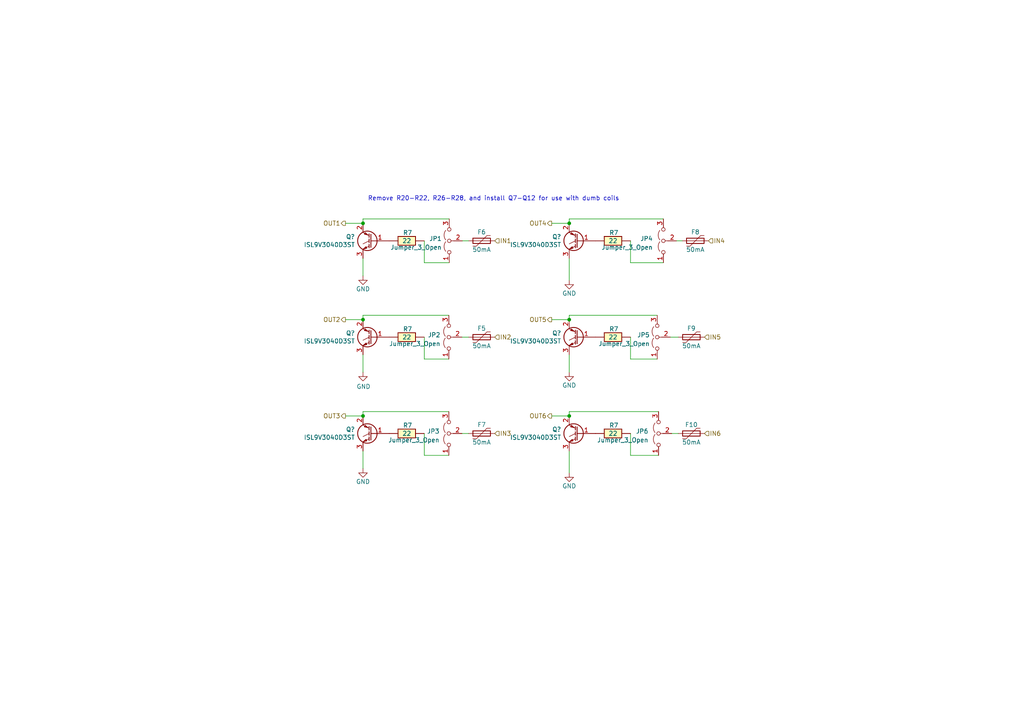
<source format=kicad_sch>
(kicad_sch (version 20230121) (generator eeschema)
  (paper "A4")
  (title_block (title "UAEFI Ignition") (date "2023-11-01") (rev "B") (company "rusefi.com"))
  (lib_symbols
    (symbol "Device:Polyfuse" (pin_numbers hide) (pin_names (offset 0))
      (property "Reference" "F" (at -2.54 0 90))
      (property "Value" "Polyfuse" (at 2.54 0 90))
      (symbol "Polyfuse_0_1"
        (rectangle (start -0.762 2.54) (end 0.762 -2.54) (stroke (width 0.254)))
        (polyline (pts (xy 0 2.54) (xy 0 -2.54)))
        (polyline (pts (xy -1.524 2.54) (xy -1.524 1.524) (xy 1.524 -1.524) (xy 1.524 -2.54)))
      )
      (symbol "Polyfuse_1_1"
        (pin passive line (at 0 3.81 270) (length 1.27) (name "~") (number "1"))
        (pin passive line (at 0 -3.81 90) (length 1.27) (name "~") (number "2"))
      )
    )
    (symbol "Device:Q_NIGBT_GCE" (pin_names (offset 0) hide)
      (property "Reference" "Q" (at 5.08 1.27 0))
      (property "Value" "Q_NIGBT_GCE" (at 5.08 -1.27 0))
      (symbol "Q_NIGBT_GCE_0_1"
        (polyline (pts (xy 0.762 -1.016) (xy 0.762 -2.032)) (stroke (width 0.254)))
        (polyline (pts (xy 0.762 0.508) (xy 0.762 -0.508)) (stroke (width 0.254)))
        (polyline (pts (xy 0.762 2.032) (xy 0.762 1.016)) (stroke (width 0.254)))
        (polyline (pts (xy 2.54 -2.413) (xy 0.762 -1.524)))
        (polyline (pts (xy 2.54 -0.889) (xy 0.762 0)))
        (polyline (pts (xy 2.54 2.413) (xy 0.762 1.524)))
        (polyline (pts (xy 0.254 1.905) (xy 0.254 -1.905) (xy 0.254 -1.905)) (stroke (width 0.254)))
        (polyline (pts (xy 1.397 -2.159) (xy 1.651 -1.651) (xy 2.54 -2.413) (xy 1.397 -2.159)) (fill (type outline)))
        (polyline (pts (xy 2.159 1.905) (xy 1.905 2.413) (xy 1.016 1.651) (xy 2.159 1.905)) (fill (type outline)))
        (circle (center 1.27 0) (radius 2.8194) (stroke (width 0.254)))
      )
      (symbol "Q_NIGBT_GCE_1_1"
        (pin input line (at -5.08 0 0) (length 5.334) (name "G") (number "1"))
        (pin passive line (at 2.54 5.08 270) (length 2.54) (name "C") (number "2"))
        (pin passive line (at 2.54 -5.08 90) (length 2.54) (name "E") (number "3"))
      )
    )
    (symbol "Jumper:Jumper_3_Open" (pin_names (offset 0) hide)
      (property "Reference" "JP" (at -2.54 -2.54 0))
      (property "Value" "Jumper_3_Open" (at 0 2.794 0))
      (symbol "Jumper_3_Open_0_0"
        (circle (center -3.302 0) (radius 0.508))
        (circle (center 0 0) (radius 0.508))
        (circle (center 3.302 0) (radius 0.508))
      )
      (symbol "Jumper_3_Open_0_1"
        (arc (start -0.254 1.016) (mid -1.651 1.4992) (end -3.048 1.016))
        (polyline (pts (xy 0 -0.508) (xy 0 -1.27)))
        (arc (start 3.048 1.016) (mid 1.651 1.4992) (end 0.254 1.016))
      )
      (symbol "Jumper_3_Open_1_1"
        (pin passive line (at -6.35 0 0) (length 2.54) (name "A") (number "1"))
        (pin passive line (at 0 -3.81 90) (length 2.54) (name "C") (number "2"))
        (pin passive line (at 6.35 0 180) (length 2.54) (name "B") (number "3"))
      )
    )
    (symbol "hellen-one-common:Res" (pin_numbers hide)
      (property "Reference" "R" (at 3.81 2.54 0))
      (property "Value" "Res" (at 5.08 -2.54 0))
      (symbol "Res_1_0"
        (rectangle (start 2.54 -1.27) (end 7.62 1.27) (stroke (width 0.254)) (fill (type background)))
        (pin passive line (at 0 0 0) (length 2.54) (name "") (number "1"))
        (pin passive line (at 10.16 0 180) (length 2.54) (name "") (number "2"))
      )
    )
    (symbol "power:GND" (power) (pin_names (offset 0))
      (property "Value" "GND" (at 0 -3.81 0))
      (symbol "GND_0_1"
        (polyline (pts (xy 0 0) (xy 0 -1.27) (xy 1.27 -1.27) (xy 0 -2.54) (xy -1.27 -1.27) (xy 0 -1.27)))
      )
      (symbol "GND_1_1"
        (pin power_in line (at 0 0 270) (length 0) hide (name "GND") (number "1"))
      )
    )
  )
  (junction (at 165.1 120.65))
  (junction (at 105.283 64.77))
  (junction (at 165.1 64.77))
  (junction (at 105.283 92.71))
  (junction (at 105.283 120.65))
  (junction (at 165.1 92.71))
  (wire (pts (xy 123.063 76.2) (xy 123.063 69.85)))
  (wire (pts (xy 165.1 91.44) (xy 165.1 92.71)))
  (wire (pts (xy 160.02 64.77) (xy 165.1 64.77)))
  (wire (pts (xy 105.283 102.87) (xy 105.283 107.95)))
  (wire (pts (xy 182.88 69.85) (xy 182.88 76.2)))
  (wire (pts (xy 123.063 132.08) (xy 123.063 125.73)))
  (wire (pts (xy 105.283 63.5) (xy 130.302 63.5)))
  (wire (pts (xy 133.985 125.73) (xy 135.89 125.73)))
  (wire (pts (xy 194.818 125.73) (xy 196.723 125.73)))
  (wire (pts (xy 191.008 119.38) (xy 165.1 119.38)))
  (wire (pts (xy 100.203 120.65) (xy 105.283 120.65)))
  (wire (pts (xy 105.283 74.93) (xy 105.283 80.01)))
  (wire (pts (xy 133.985 97.79) (xy 135.89 97.79)))
  (wire (pts (xy 165.1 130.81) (xy 165.1 137.16)))
  (wire (pts (xy 160.02 92.71) (xy 165.1 92.71)))
  (wire (pts (xy 165.1 74.93) (xy 165.1 81.28)))
  (wire (pts (xy 196.215 69.85) (xy 197.866 69.85)))
  (wire (pts (xy 105.283 119.38) (xy 105.283 120.65)))
  (wire (pts (xy 165.1 102.87) (xy 165.1 107.95)))
  (wire (pts (xy 165.1 119.38) (xy 165.1 120.65)))
  (wire (pts (xy 190.627 104.14) (xy 182.88 104.14)))
  (wire (pts (xy 100.203 64.77) (xy 105.283 64.77)))
  (wire (pts (xy 192.405 63.5) (xy 165.1 63.5)))
  (wire (pts (xy 160.02 120.65) (xy 165.1 120.65)))
  (wire (pts (xy 123.063 97.79) (xy 123.063 104.14)))
  (wire (pts (xy 182.88 104.14) (xy 182.88 97.79)))
  (wire (pts (xy 134.112 69.85) (xy 135.89 69.85)))
  (wire (pts (xy 130.175 132.08) (xy 123.063 132.08)))
  (wire (pts (xy 105.283 92.71) (xy 105.283 91.44)))
  (wire (pts (xy 105.283 64.77) (xy 105.283 63.5)))
  (wire (pts (xy 182.88 132.08) (xy 191.008 132.08)))
  (wire (pts (xy 194.437 97.79) (xy 196.723 97.79)))
  (wire (pts (xy 105.283 130.81) (xy 105.283 135.89)))
  (wire (pts (xy 182.88 125.73) (xy 182.88 132.08)))
  (wire (pts (xy 182.88 76.2) (xy 192.405 76.2)))
  (wire (pts (xy 130.175 119.38) (xy 105.283 119.38)))
  (wire (pts (xy 130.302 76.2) (xy 123.063 76.2)))
  (wire (pts (xy 123.063 104.14) (xy 130.175 104.14)))
  (wire (pts (xy 100.203 92.71) (xy 105.283 92.71)))
  (wire (pts (xy 105.283 91.44) (xy 130.175 91.44)))
  (wire (pts (xy 190.627 91.44) (xy 165.1 91.44)))
  (wire (pts (xy 165.1 63.5) (xy 165.1 64.77)))
  (text "Remove R20-R22, R26-R28, and install Q7-Q12 for use with dumb coils" (at 106.68 58.42 0) (effects (font (size 1.27 1.27)) (justify left bottom)))
  (hierarchical_label "IN5" (shape input) (at 204.343 97.79 0))
  (hierarchical_label "OUT1" (shape output) (at 100.203 64.77 180))
  (hierarchical_label "OUT3" (shape output) (at 100.203 120.65 180))
  (hierarchical_label "IN2" (shape input) (at 143.51 97.79 0))
  (hierarchical_label "IN6" (shape input) (at 204.343 125.73 0))
  (hierarchical_label "OUT6" (shape output) (at 160.02 120.65 180))
  (hierarchical_label "OUT5" (shape output) (at 160.02 92.71 180))
  (hierarchical_label "OUT2" (shape output) (at 100.203 92.71 180))
  (hierarchical_label "IN3" (shape input) (at 143.51 125.73 0))
  (hierarchical_label "IN1" (shape input) (at 143.51 69.85 0))
  (hierarchical_label "OUT4" (shape output) (at 160.02 64.77 180))
  (hierarchical_label "IN4" (shape input) (at 205.486 69.85 0))
  (symbol (lib_id "Device:Q_NIGBT_GCE") (at 107.823 125.73 0) (mirror y) (unit 1)
    (property "Reference" "Q?" (at 102.9716 124.5616 0) (effects (justify left)))
    (property "Value" "ISL9V3040D3ST" (at 102.9716 126.873 0) (effects (justify left)))
    (property "Footprint" "Package_TO_SOT_SMD:TO-252-2" (effects hide))
    (property "LCSC" "C603080" (effects hide))
    (instances (project "hellen-hyundai-pb-154" (path "" (reference "Q?") (unit 1)) (path "" (reference "Q?") (unit 1))) (project "DUMB_COILS4" (path "" (reference "Q?") (unit 1))) (project "uaefi" (path "" (reference "Q9") (unit 1))) (project "ign_quad" (path "" (reference "Q?") (unit 1))))
  )
  (symbol (lib_id "Device:Polyfuse") (at 200.533 125.73 90) (unit 1)
    (property "Reference" "F10" (at 200.533 123.19 90))
    (property "Value" "50mA" (at 200.533 128.27 90))
    (property "Footprint" "Fuse:Fuse_0603_1608Metric" (effects hide))
    (property "LCSC" "C369141" (effects hide))
  )
  (symbol (lib_id "hellen-one-common:Res") (at 112.903 69.85 0) (mirror x) (unit 1)
    (property "Reference" "R7" (at 118.225 67.5018 0))
    (property "Value" "22" (at 117.983 69.85 0))
    (property "Footprint" "hellen-one-common:R0603" (effects hide))
    (property "LCSC" "C23345" (effects hide))
    (instances (project "proteus81harley" (path "" (reference "R7") (unit 1))) (project "uaefi" (path "" (reference "R17") (unit 1))))
  )
  (symbol (lib_id "Jumper:Jumper_3_Open") (at 130.302 69.85 90) (unit 1)
    (property "Reference" "JP1" (at 128.143 69.215 90) (effects (justify left)))
    (property "Value" "Jumper_3_Open" (at 128.143 71.755 90) (effects (justify left)))
    (property "Footprint" "Connector_PinHeader_1.27mm:PinHeader_1x03_P1.27mm_Vertical" (effects hide))
    (property "LCSC" "C124354" (effects hide))
  )
  (symbol (lib_id "hellen-one-common:Res") (at 172.72 125.73 0) (mirror x) (unit 1)
    (property "Reference" "R7" (at 178.042 123.3818 0))
    (property "Value" "22" (at 177.8 125.73 0))
    (property "Footprint" "hellen-one-common:R0603" (effects hide))
    (property "LCSC" "C23345" (effects hide))
    (instances (project "proteus81harley" (path "" (reference "R7") (unit 1))) (project "uaefi" (path "" (reference "R25") (unit 1))))
  )
  (symbol (lib_id "hellen-one-common:Res") (at 112.903 97.79 0) (mirror x) (unit 1)
    (property "Reference" "R7" (at 118.225 95.4418 0))
    (property "Value" "22" (at 117.983 97.79 0))
    (property "Footprint" "hellen-one-common:R0603" (effects hide))
    (property "LCSC" "C23345" (effects hide))
    (instances (project "proteus81harley" (path "" (reference "R7") (unit 1))) (project "uaefi" (path "" (reference "R18") (unit 1))))
  )
  (symbol (lib_id "power:GND") (at 105.283 135.89 0) (unit 1)
    (property "Reference" "#PWR?" (effects hide))
    (property "Value" "GND" (at 105.283 139.7 0))
    (instances (project "hellen-hyundai-pb-154" (path "" (reference "#PWR?") (unit 1)) (path "" (reference "#PWR?") (unit 1))) (project "DUMB_COILS4" (path "" (reference "#PWR?") (unit 1))) (project "uaefi" (path "" (reference "#PWR0101") (unit 1))) (project "ign_quad" (path "" (reference "#PWR?") (unit 1))))
  )
  (symbol (lib_id "Device:Polyfuse") (at 200.533 97.79 90) (unit 1)
    (property "Reference" "F9" (at 200.533 95.25 90))
    (property "Value" "50mA" (at 200.533 100.33 90))
    (property "Footprint" "Fuse:Fuse_0603_1608Metric" (effects hide))
    (property "LCSC" "C369141" (effects hide))
  )
  (symbol (lib_id "Device:Q_NIGBT_GCE") (at 107.823 69.85 0) (mirror y) (unit 1)
    (property "Reference" "Q?" (at 102.9716 68.6816 0) (effects (justify left)))
    (property "Value" "ISL9V3040D3ST" (at 102.9716 70.993 0) (effects (justify left)))
    (property "Footprint" "Package_TO_SOT_SMD:TO-252-2" (effects hide))
    (property "LCSC" "C603080" (effects hide))
    (instances (project "hellen-hyundai-pb-154" (path "" (reference "Q?") (unit 1)) (path "" (reference "Q?") (unit 1))) (project "DUMB_COILS4" (path "" (reference "Q?") (unit 1))) (project "uaefi" (path "" (reference "Q7") (unit 1))) (project "ign_quad" (path "" (reference "Q?") (unit 1))))
  )
  (symbol (lib_id "power:GND") (at 165.1 137.16 0) (unit 1)
    (property "Reference" "#PWR?" (effects hide))
    (property "Value" "GND" (at 165.1 140.97 0))
    (instances (project "hellen-hyundai-pb-154" (path "" (reference "#PWR?") (unit 1)) (path "" (reference "#PWR?") (unit 1))) (project "DUMB_COILS4" (path "" (reference "#PWR?") (unit 1))) (project "uaefi" (path "" (reference "#PWR0104") (unit 1))) (project "ign_quad" (path "" (reference "#PWR?") (unit 1))))
  )
  (symbol (lib_id "hellen-one-common:Res") (at 112.903 125.73 0) (mirror x) (unit 1)
    (property "Reference" "R7" (at 118.225 123.3818 0))
    (property "Value" "22" (at 117.983 125.73 0))
    (property "Footprint" "hellen-one-common:R0603" (effects hide))
    (property "LCSC" "C23345" (effects hide))
    (instances (project "proteus81harley" (path "" (reference "R7") (unit 1))) (project "uaefi" (path "" (reference "R19") (unit 1))))
  )
  (symbol (lib_id "Device:Q_NIGBT_GCE") (at 107.823 97.79 0) (mirror y) (unit 1)
    (property "Reference" "Q?" (at 102.9716 96.6216 0) (effects (justify left)))
    (property "Value" "ISL9V3040D3ST" (at 102.9716 98.933 0) (effects (justify left)))
    (property "Footprint" "Package_TO_SOT_SMD:TO-252-2" (effects hide))
    (property "LCSC" "C603080" (effects hide))
    (instances (project "hellen-hyundai-pb-154" (path "" (reference "Q?") (unit 1)) (path "" (reference "Q?") (unit 1))) (project "DUMB_COILS4" (path "" (reference "Q?") (unit 1))) (project "uaefi" (path "" (reference "Q8") (unit 1))) (project "ign_quad" (path "" (reference "Q?") (unit 1))))
  )
  (symbol (lib_id "power:GND") (at 105.283 80.01 0) (unit 1)
    (property "Reference" "#PWR?" (effects hide))
    (property "Value" "GND" (at 105.283 83.82 0))
    (instances (project "hellen-hyundai-pb-154" (path "" (reference "#PWR?") (unit 1)) (path "" (reference "#PWR?") (unit 1))) (project "DUMB_COILS4" (path "" (reference "#PWR?") (unit 1))) (project "uaefi" (path "" (reference "#PWR099") (unit 1))) (project "ign_quad" (path "" (reference "#PWR?") (unit 1))))
  )
  (symbol (lib_id "Device:Polyfuse") (at 139.7 69.85 90) (unit 1)
    (property "Reference" "F6" (at 139.7 67.31 90))
    (property "Value" "50mA" (at 139.7 72.39 90))
    (property "Footprint" "Fuse:Fuse_0603_1608Metric" (effects hide))
    (property "LCSC" "C369141" (effects hide))
  )
  (symbol (lib_id "Device:Q_NIGBT_GCE") (at 167.64 69.85 0) (mirror y) (unit 1)
    (property "Reference" "Q?" (at 162.7886 68.6816 0) (effects (justify left)))
    (property "Value" "ISL9V3040D3ST" (at 162.7886 70.993 0) (effects (justify left)))
    (property "Footprint" "Package_TO_SOT_SMD:TO-252-2" (effects hide))
    (property "LCSC" "C603080" (effects hide))
    (instances (project "hellen-hyundai-pb-154" (path "" (reference "Q?") (unit 1)) (path "" (reference "Q?") (unit 1))) (project "DUMB_COILS4" (path "" (reference "Q?") (unit 1))) (project "uaefi" (path "" (reference "Q10") (unit 1))) (project "ign_quad" (path "" (reference "Q?") (unit 1))))
  )
  (symbol (lib_id "Jumper:Jumper_3_Open") (at 192.405 69.85 90) (unit 1)
    (property "Reference" "JP4" (at 189.357 69.215 90) (effects (justify left)))
    (property "Value" "Jumper_3_Open" (at 189.357 71.755 90) (effects (justify left)))
    (property "Footprint" "Connector_PinHeader_1.27mm:PinHeader_1x03_P1.27mm_Vertical" (effects hide))
    (property "LCSC" "C124354" (effects hide))
  )
  (symbol (lib_id "hellen-one-common:Res") (at 172.72 97.79 0) (mirror x) (unit 1)
    (property "Reference" "R7" (at 178.042 95.4418 0))
    (property "Value" "22" (at 177.8 97.79 0))
    (property "Footprint" "hellen-one-common:R0603" (effects hide))
    (property "LCSC" "C23345" (effects hide))
    (instances (project "proteus81harley" (path "" (reference "R7") (unit 1))) (project "uaefi" (path "" (reference "R24") (unit 1))))
  )
  (symbol (lib_id "Device:Polyfuse") (at 139.7 97.79 90) (unit 1)
    (property "Reference" "F5" (at 139.7 95.25 90))
    (property "Value" "50mA" (at 139.7 100.33 90))
    (property "Footprint" "Fuse:Fuse_0603_1608Metric" (effects hide))
    (property "LCSC" "C369141" (effects hide))
  )
  (symbol (lib_id "Device:Q_NIGBT_GCE") (at 167.64 125.73 0) (mirror y) (unit 1)
    (property "Reference" "Q?" (at 162.7886 124.5616 0) (effects (justify left)))
    (property "Value" "ISL9V3040D3ST" (at 162.7886 126.873 0) (effects (justify left)))
    (property "Footprint" "Package_TO_SOT_SMD:TO-252-2" (effects hide))
    (property "LCSC" "C603080" (effects hide))
    (instances (project "hellen-hyundai-pb-154" (path "" (reference "Q?") (unit 1)) (path "" (reference "Q?") (unit 1))) (project "DUMB_COILS4" (path "" (reference "Q?") (unit 1))) (project "uaefi" (path "" (reference "Q12") (unit 1))) (project "ign_quad" (path "" (reference "Q?") (unit 1))))
  )
  (symbol (lib_id "power:GND") (at 165.1 81.28 0) (unit 1)
    (property "Reference" "#PWR?" (effects hide))
    (property "Value" "GND" (at 165.1 85.09 0))
    (instances (project "hellen-hyundai-pb-154" (path "" (reference "#PWR?") (unit 1)) (path "" (reference "#PWR?") (unit 1))) (project "DUMB_COILS4" (path "" (reference "#PWR?") (unit 1))) (project "uaefi" (path "" (reference "#PWR0102") (unit 1))) (project "ign_quad" (path "" (reference "#PWR?") (unit 1))))
  )
  (symbol (lib_id "Jumper:Jumper_3_Open") (at 130.175 97.79 90) (unit 1)
    (property "Reference" "JP2" (at 127.762 97.155 90) (effects (justify left)))
    (property "Value" "Jumper_3_Open" (at 127.762 99.695 90) (effects (justify left)))
    (property "Footprint" "Connector_PinHeader_1.27mm:PinHeader_1x03_P1.27mm_Vertical" (effects hide))
    (property "LCSC" "C124354" (effects hide))
  )
  (symbol (lib_id "Jumper:Jumper_3_Open") (at 190.627 97.79 90) (unit 1)
    (property "Reference" "JP5" (at 188.468 97.155 90) (effects (justify left)))
    (property "Value" "Jumper_3_Open" (at 188.468 99.695 90) (effects (justify left)))
    (property "Footprint" "Connector_PinHeader_1.27mm:PinHeader_1x03_P1.27mm_Vertical" (effects hide))
    (property "LCSC" "C124354" (effects hide))
  )
  (symbol (lib_id "hellen-one-common:Res") (at 172.72 69.85 0) (mirror x) (unit 1)
    (property "Reference" "R7" (at 178.042 67.5018 0))
    (property "Value" "22" (at 177.8 69.85 0))
    (property "Footprint" "hellen-one-common:R0603" (effects hide))
    (property "LCSC" "C23345" (effects hide))
    (instances (project "proteus81harley" (path "" (reference "R7") (unit 1))) (project "uaefi" (path "" (reference "R23") (unit 1))))
  )
  (symbol (lib_id "power:GND") (at 165.1 107.95 0) (unit 1)
    (property "Reference" "#PWR?" (effects hide))
    (property "Value" "GND" (at 165.1 111.76 0))
    (instances (project "hellen-hyundai-pb-154" (path "" (reference "#PWR?") (unit 1)) (path "" (reference "#PWR?") (unit 1))) (project "DUMB_COILS4" (path "" (reference "#PWR?") (unit 1))) (project "uaefi" (path "" (reference "#PWR0103") (unit 1))) (project "ign_quad" (path "" (reference "#PWR?") (unit 1))))
  )
  (symbol (lib_id "power:GND") (at 105.283 107.95 0) (unit 1)
    (property "Reference" "#PWR?" (effects hide))
    (property "Value" "GND" (at 105.4324 112.121 0))
    (instances (project "hellen-hyundai-pb-154" (path "" (reference "#PWR?") (unit 1)) (path "" (reference "#PWR?") (unit 1))) (project "DUMB_COILS4" (path "" (reference "#PWR?") (unit 1))) (project "uaefi" (path "" (reference "#PWR0100") (unit 1))) (project "ign_quad" (path "" (reference "#PWR?") (unit 1))))
  )
  (symbol (lib_id "Jumper:Jumper_3_Open") (at 130.175 125.73 90) (unit 1)
    (property "Reference" "JP3" (at 127.508 125.095 90) (effects (justify left)))
    (property "Value" "Jumper_3_Open" (at 127.508 127.635 90) (effects (justify left)))
    (property "Footprint" "Connector_PinHeader_1.27mm:PinHeader_1x03_P1.27mm_Vertical" (effects hide))
    (property "LCSC" "C124354" (effects hide))
  )
  (symbol (lib_id "Device:Q_NIGBT_GCE") (at 167.64 97.79 0) (mirror y) (unit 1)
    (property "Reference" "Q?" (at 162.7886 96.6216 0) (effects (justify left)))
    (property "Value" "ISL9V3040D3ST" (at 162.7886 98.933 0) (effects (justify left)))
    (property "Footprint" "Package_TO_SOT_SMD:TO-252-2" (effects hide))
    (property "LCSC" "C603080" (effects hide))
    (instances (project "hellen-hyundai-pb-154" (path "" (reference "Q?") (unit 1)) (path "" (reference "Q?") (unit 1))) (project "DUMB_COILS4" (path "" (reference "Q?") (unit 1))) (project "uaefi" (path "" (reference "Q11") (unit 1))) (project "ign_quad" (path "" (reference "Q?") (unit 1))))
  )
  (symbol (lib_id "Device:Polyfuse") (at 201.676 69.85 90) (unit 1)
    (property "Reference" "F8" (at 201.676 67.31 90))
    (property "Value" "50mA" (at 201.676 72.39 90))
    (property "Footprint" "Fuse:Fuse_0603_1608Metric" (effects hide))
    (property "LCSC" "C369141" (effects hide))
  )
  (symbol (lib_id "Jumper:Jumper_3_Open") (at 191.008 125.73 90) (unit 1)
    (property "Reference" "JP6" (at 188.087 125.095 90) (effects (justify left)))
    (property "Value" "Jumper_3_Open" (at 188.087 127.635 90) (effects (justify left)))
    (property "Footprint" "Connector_PinHeader_1.27mm:PinHeader_1x03_P1.27mm_Vertical" (effects hide))
    (property "LCSC" "C124354" (effects hide))
  )
  (symbol (lib_id "Device:Polyfuse") (at 139.7 125.73 90) (unit 1)
    (property "Reference" "F7" (at 139.7 123.19 90))
    (property "Value" "50mA" (at 139.7 128.27 90))
    (property "Footprint" "Fuse:Fuse_0603_1608Metric" (effects hide))
    (property "LCSC" "C369141" (effects hide))
  )
)
</source>
